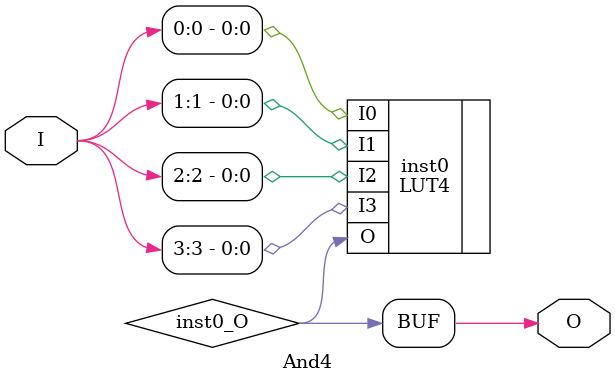
<source format=v>
module And4 (input [3:0] I, output  O);
wire  inst0_O;
LUT4 #(.INIT(16'h8000)) inst0 (.I0(I[0]), .I1(I[1]), .I2(I[2]), .I3(I[3]), .O(inst0_O));
assign O = inst0_O;
endmodule


</source>
